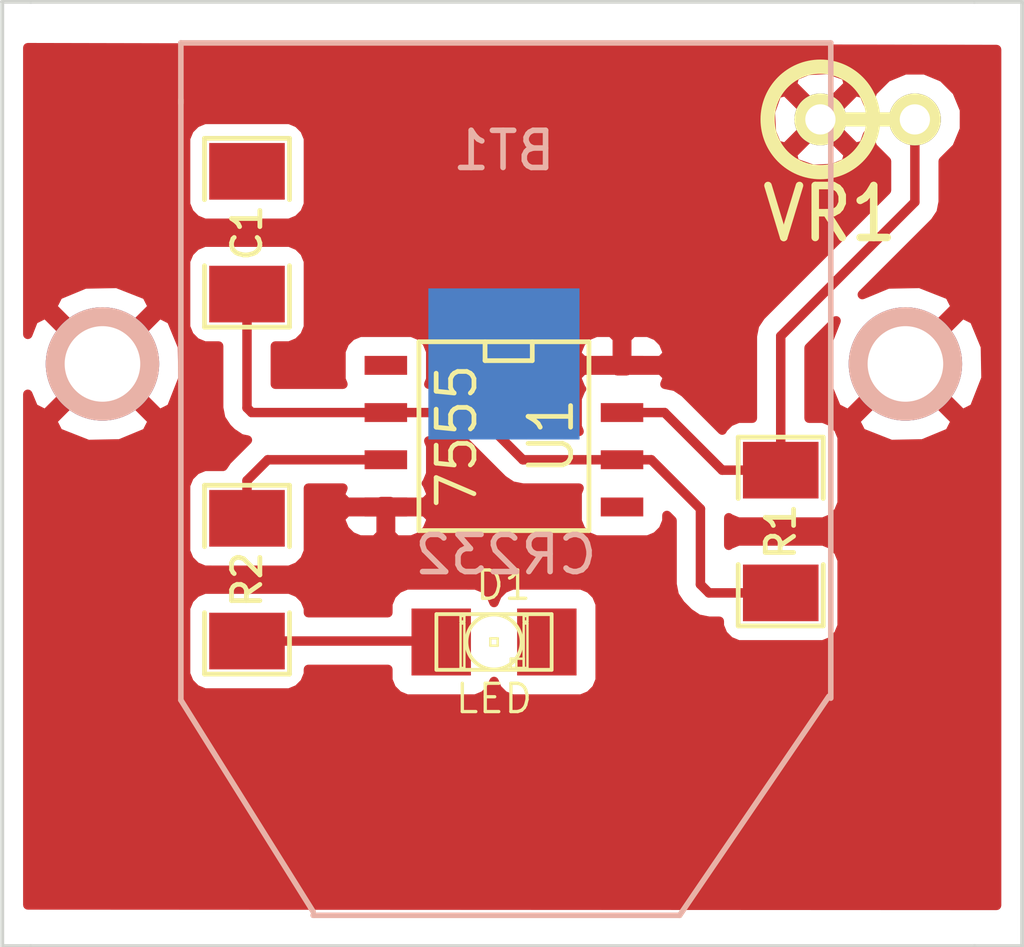
<source format=kicad_pcb>
(kicad_pcb (version 3) (host pcbnew "(2013-07-07 BZR 4022)-stable")

  (general
    (links 14)
    (no_connects 3)
    (area 60.287699 98.400399 85.787701 123.900401)
    (thickness 1.6)
    (drawings 10)
    (tracks 22)
    (zones 0)
    (modules 7)
    (nets 7)
  )

  (page A3)
  (layers
    (15 F.Cu signal)
    (0 B.Cu signal)
    (16 B.Adhes user)
    (17 F.Adhes user)
    (18 B.Paste user)
    (19 F.Paste user)
    (20 B.SilkS user)
    (21 F.SilkS user)
    (22 B.Mask user)
    (23 F.Mask user)
    (24 Dwgs.User user)
    (25 Cmts.User user)
    (26 Eco1.User user)
    (27 Eco2.User user)
    (28 Edge.Cuts user)
  )

  (setup
    (last_trace_width 0.254)
    (trace_clearance 0.254)
    (zone_clearance 0.508)
    (zone_45_only no)
    (trace_min 0.254)
    (segment_width 0.2)
    (edge_width 0.1)
    (via_size 0.889)
    (via_drill 0.635)
    (via_min_size 0.889)
    (via_min_drill 0.508)
    (uvia_size 0.508)
    (uvia_drill 0.127)
    (uvias_allowed no)
    (uvia_min_size 0.508)
    (uvia_min_drill 0.127)
    (pcb_text_width 0.3)
    (pcb_text_size 1.5 1.5)
    (mod_edge_width 0.15)
    (mod_text_size 1 1)
    (mod_text_width 0.15)
    (pad_size 4.064 4.064)
    (pad_drill 0)
    (pad_to_mask_clearance 0)
    (aux_axis_origin 0 0)
    (visible_elements 7FFFFFFF)
    (pcbplotparams
      (layerselection 3178497)
      (usegerberextensions true)
      (excludeedgelayer true)
      (linewidth 0.150000)
      (plotframeref false)
      (viasonmask false)
      (mode 1)
      (useauxorigin false)
      (hpglpennumber 1)
      (hpglpenspeed 20)
      (hpglpendiameter 15)
      (hpglpenoverlay 2)
      (psnegative false)
      (psa4output false)
      (plotreference true)
      (plotvalue true)
      (plotothertext true)
      (plotinvisibletext false)
      (padsonsilk false)
      (subtractmaskfromsilk false)
      (outputformat 1)
      (mirror false)
      (drillshape 1)
      (scaleselection 1)
      (outputdirectory ""))
  )

  (net 0 "")
  (net 1 GND)
  (net 2 N-000001)
  (net 3 N-000003)
  (net 4 N-000004)
  (net 5 N-000007)
  (net 6 VCC)

  (net_class Default "This is the default net class."
    (clearance 0.254)
    (trace_width 0.254)
    (via_dia 0.889)
    (via_drill 0.635)
    (uvia_dia 0.508)
    (uvia_drill 0.127)
    (add_net "")
    (add_net GND)
    (add_net N-000001)
    (add_net N-000003)
    (add_net N-000004)
    (add_net N-000007)
    (add_net VCC)
  )

  (module SO8N (layer F.Cu) (tedit 45127296) (tstamp 52D78DCE)
    (at 73.0758 110.1344 270)
    (descr "Module CMS SOJ 8 pins large")
    (tags "CMS SOJ")
    (path /52CFA521)
    (attr smd)
    (fp_text reference U1 (at 0 -1.27 270) (layer F.SilkS)
      (effects (font (size 1.143 1.016) (thickness 0.127)))
    )
    (fp_text value 7555 (at 0 1.27 270) (layer F.SilkS)
      (effects (font (size 1.016 1.016) (thickness 0.127)))
    )
    (fp_line (start -2.54 -2.286) (end 2.54 -2.286) (layer F.SilkS) (width 0.127))
    (fp_line (start 2.54 -2.286) (end 2.54 2.286) (layer F.SilkS) (width 0.127))
    (fp_line (start 2.54 2.286) (end -2.54 2.286) (layer F.SilkS) (width 0.127))
    (fp_line (start -2.54 2.286) (end -2.54 -2.286) (layer F.SilkS) (width 0.127))
    (fp_line (start -2.54 -0.762) (end -2.032 -0.762) (layer F.SilkS) (width 0.127))
    (fp_line (start -2.032 -0.762) (end -2.032 0.508) (layer F.SilkS) (width 0.127))
    (fp_line (start -2.032 0.508) (end -2.54 0.508) (layer F.SilkS) (width 0.127))
    (pad 8 smd rect (at -1.905 -3.175 270) (size 0.508 1.143)
      (layers F.Cu F.Paste F.Mask)
      (net 6 VCC)
    )
    (pad 7 smd rect (at -0.635 -3.175 270) (size 0.508 1.143)
      (layers F.Cu F.Paste F.Mask)
      (net 5 N-000007)
    )
    (pad 6 smd rect (at 0.635 -3.175 270) (size 0.508 1.143)
      (layers F.Cu F.Paste F.Mask)
      (net 3 N-000003)
    )
    (pad 5 smd rect (at 1.905 -3.175 270) (size 0.508 1.143)
      (layers F.Cu F.Paste F.Mask)
    )
    (pad 4 smd rect (at 1.905 3.175 270) (size 0.508 1.143)
      (layers F.Cu F.Paste F.Mask)
      (net 6 VCC)
    )
    (pad 3 smd rect (at 0.635 3.175 270) (size 0.508 1.143)
      (layers F.Cu F.Paste F.Mask)
      (net 4 N-000004)
    )
    (pad 2 smd rect (at -0.635 3.175 270) (size 0.508 1.143)
      (layers F.Cu F.Paste F.Mask)
      (net 3 N-000003)
    )
    (pad 1 smd rect (at -1.905 3.175 270) (size 0.508 1.143)
      (layers F.Cu F.Paste F.Mask)
      (net 1 GND)
    )
    (model smd/cms_so8.wrl
      (at (xyz 0 0 0))
      (scale (xyz 0.5 0.38 0.5))
      (rotate (xyz 0 0 0))
    )
  )

  (module SM1206 (layer F.Cu) (tedit 42806E24) (tstamp 52D78DDA)
    (at 80.518 112.6998 270)
    (path /52D10678)
    (attr smd)
    (fp_text reference R1 (at 0 0 270) (layer F.SilkS)
      (effects (font (size 0.762 0.762) (thickness 0.127)))
    )
    (fp_text value 470k (at 0 0 270) (layer F.SilkS) hide
      (effects (font (size 0.762 0.762) (thickness 0.127)))
    )
    (fp_line (start -2.54 -1.143) (end -2.54 1.143) (layer F.SilkS) (width 0.127))
    (fp_line (start -2.54 1.143) (end -0.889 1.143) (layer F.SilkS) (width 0.127))
    (fp_line (start 0.889 -1.143) (end 2.54 -1.143) (layer F.SilkS) (width 0.127))
    (fp_line (start 2.54 -1.143) (end 2.54 1.143) (layer F.SilkS) (width 0.127))
    (fp_line (start 2.54 1.143) (end 0.889 1.143) (layer F.SilkS) (width 0.127))
    (fp_line (start -0.889 -1.143) (end -2.54 -1.143) (layer F.SilkS) (width 0.127))
    (pad 1 smd rect (at -1.651 0 270) (size 1.524 2.032)
      (layers F.Cu F.Paste F.Mask)
      (net 5 N-000007)
    )
    (pad 2 smd rect (at 1.651 0 270) (size 1.524 2.032)
      (layers F.Cu F.Paste F.Mask)
      (net 3 N-000003)
    )
    (model smd/chip_cms.wrl
      (at (xyz 0 0 0))
      (scale (xyz 0.17 0.16 0.16))
      (rotate (xyz 0 0 0))
    )
  )

  (module SM1206 (layer F.Cu) (tedit 42806E24) (tstamp 52D78DE6)
    (at 66.167 104.6607 90)
    (path /52D10682)
    (attr smd)
    (fp_text reference C1 (at 0 0 90) (layer F.SilkS)
      (effects (font (size 0.762 0.762) (thickness 0.127)))
    )
    (fp_text value 1u (at 0 0 90) (layer F.SilkS) hide
      (effects (font (size 0.762 0.762) (thickness 0.127)))
    )
    (fp_line (start -2.54 -1.143) (end -2.54 1.143) (layer F.SilkS) (width 0.127))
    (fp_line (start -2.54 1.143) (end -0.889 1.143) (layer F.SilkS) (width 0.127))
    (fp_line (start 0.889 -1.143) (end 2.54 -1.143) (layer F.SilkS) (width 0.127))
    (fp_line (start 2.54 -1.143) (end 2.54 1.143) (layer F.SilkS) (width 0.127))
    (fp_line (start 2.54 1.143) (end 0.889 1.143) (layer F.SilkS) (width 0.127))
    (fp_line (start -0.889 -1.143) (end -2.54 -1.143) (layer F.SilkS) (width 0.127))
    (pad 1 smd rect (at -1.651 0 90) (size 1.524 2.032)
      (layers F.Cu F.Paste F.Mask)
      (net 3 N-000003)
    )
    (pad 2 smd rect (at 1.651 0 90) (size 1.524 2.032)
      (layers F.Cu F.Paste F.Mask)
      (net 1 GND)
    )
    (model smd/chip_cms.wrl
      (at (xyz 0 0 0))
      (scale (xyz 0.17 0.16 0.16))
      (rotate (xyz 0 0 0))
    )
  )

  (module SM1206 (layer F.Cu) (tedit 42806E24) (tstamp 52D78DF2)
    (at 66.167 113.9952 270)
    (path /52D10690)
    (attr smd)
    (fp_text reference R2 (at 0 0 270) (layer F.SilkS)
      (effects (font (size 0.762 0.762) (thickness 0.127)))
    )
    (fp_text value 1k (at 0 0 270) (layer F.SilkS) hide
      (effects (font (size 0.762 0.762) (thickness 0.127)))
    )
    (fp_line (start -2.54 -1.143) (end -2.54 1.143) (layer F.SilkS) (width 0.127))
    (fp_line (start -2.54 1.143) (end -0.889 1.143) (layer F.SilkS) (width 0.127))
    (fp_line (start 0.889 -1.143) (end 2.54 -1.143) (layer F.SilkS) (width 0.127))
    (fp_line (start 2.54 -1.143) (end 2.54 1.143) (layer F.SilkS) (width 0.127))
    (fp_line (start 2.54 1.143) (end 0.889 1.143) (layer F.SilkS) (width 0.127))
    (fp_line (start -0.889 -1.143) (end -2.54 -1.143) (layer F.SilkS) (width 0.127))
    (pad 1 smd rect (at -1.651 0 270) (size 1.524 2.032)
      (layers F.Cu F.Paste F.Mask)
      (net 4 N-000004)
    )
    (pad 2 smd rect (at 1.651 0 270) (size 1.524 2.032)
      (layers F.Cu F.Paste F.Mask)
      (net 2 N-000001)
    )
    (model smd/chip_cms.wrl
      (at (xyz 0 0 0))
      (scale (xyz 0.17 0.16 0.16))
      (rotate (xyz 0 0 0))
    )
  )

  (module R1 (layer F.Cu) (tedit 200000) (tstamp 52D78DFA)
    (at 82.8548 101.6127)
    (descr "Resistance verticale")
    (tags R)
    (path /52D106D4)
    (autoplace_cost90 10)
    (autoplace_cost180 10)
    (fp_text reference VR1 (at -1.016 2.54) (layer F.SilkS)
      (effects (font (size 1.397 1.27) (thickness 0.2032)))
    )
    (fp_text value LDR (at -1.143 2.54) (layer F.SilkS) hide
      (effects (font (size 1.397 1.27) (thickness 0.2032)))
    )
    (fp_line (start -1.27 0) (end 1.27 0) (layer F.SilkS) (width 0.381))
    (fp_circle (center -1.27 0) (end -0.635 1.27) (layer F.SilkS) (width 0.381))
    (pad 1 thru_hole circle (at -1.27 0) (size 1.397 1.397) (drill 0.8128)
      (layers *.Cu *.Mask F.SilkS)
      (net 6 VCC)
    )
    (pad 2 thru_hole circle (at 1.27 0) (size 1.397 1.397) (drill 0.8128)
      (layers *.Cu *.Mask F.SilkS)
      (net 5 N-000007)
    )
    (model discret/verti_resistor.wrl
      (at (xyz 0 0 0))
      (scale (xyz 1 1 1))
      (rotate (xyz 0 0 0))
    )
  )

  (module LED-1206 (layer F.Cu) (tedit 49BFA1FF) (tstamp 52D78E24)
    (at 72.8091 115.6716)
    (descr "LED 1206 smd package")
    (tags "LED1206 SMD")
    (path /52D10737)
    (attr smd)
    (fp_text reference D1 (at 0.254 -1.524) (layer F.SilkS)
      (effects (font (size 0.762 0.762) (thickness 0.0889)))
    )
    (fp_text value LED (at 0 1.524) (layer F.SilkS)
      (effects (font (size 0.762 0.762) (thickness 0.0889)))
    )
    (fp_line (start -0.09906 0.09906) (end 0.09906 0.09906) (layer F.SilkS) (width 0.06604))
    (fp_line (start 0.09906 0.09906) (end 0.09906 -0.09906) (layer F.SilkS) (width 0.06604))
    (fp_line (start -0.09906 -0.09906) (end 0.09906 -0.09906) (layer F.SilkS) (width 0.06604))
    (fp_line (start -0.09906 0.09906) (end -0.09906 -0.09906) (layer F.SilkS) (width 0.06604))
    (fp_line (start 0.44958 0.6985) (end 0.79756 0.6985) (layer F.SilkS) (width 0.06604))
    (fp_line (start 0.79756 0.6985) (end 0.79756 0.44958) (layer F.SilkS) (width 0.06604))
    (fp_line (start 0.44958 0.44958) (end 0.79756 0.44958) (layer F.SilkS) (width 0.06604))
    (fp_line (start 0.44958 0.6985) (end 0.44958 0.44958) (layer F.SilkS) (width 0.06604))
    (fp_line (start 0.79756 0.6985) (end 0.89916 0.6985) (layer F.SilkS) (width 0.06604))
    (fp_line (start 0.89916 0.6985) (end 0.89916 -0.49784) (layer F.SilkS) (width 0.06604))
    (fp_line (start 0.79756 -0.49784) (end 0.89916 -0.49784) (layer F.SilkS) (width 0.06604))
    (fp_line (start 0.79756 0.6985) (end 0.79756 -0.49784) (layer F.SilkS) (width 0.06604))
    (fp_line (start 0.79756 -0.54864) (end 0.89916 -0.54864) (layer F.SilkS) (width 0.06604))
    (fp_line (start 0.89916 -0.54864) (end 0.89916 -0.6985) (layer F.SilkS) (width 0.06604))
    (fp_line (start 0.79756 -0.6985) (end 0.89916 -0.6985) (layer F.SilkS) (width 0.06604))
    (fp_line (start 0.79756 -0.54864) (end 0.79756 -0.6985) (layer F.SilkS) (width 0.06604))
    (fp_line (start -0.89916 0.6985) (end -0.79756 0.6985) (layer F.SilkS) (width 0.06604))
    (fp_line (start -0.79756 0.6985) (end -0.79756 -0.49784) (layer F.SilkS) (width 0.06604))
    (fp_line (start -0.89916 -0.49784) (end -0.79756 -0.49784) (layer F.SilkS) (width 0.06604))
    (fp_line (start -0.89916 0.6985) (end -0.89916 -0.49784) (layer F.SilkS) (width 0.06604))
    (fp_line (start -0.89916 -0.54864) (end -0.79756 -0.54864) (layer F.SilkS) (width 0.06604))
    (fp_line (start -0.79756 -0.54864) (end -0.79756 -0.6985) (layer F.SilkS) (width 0.06604))
    (fp_line (start -0.89916 -0.6985) (end -0.79756 -0.6985) (layer F.SilkS) (width 0.06604))
    (fp_line (start -0.89916 -0.54864) (end -0.89916 -0.6985) (layer F.SilkS) (width 0.06604))
    (fp_line (start 0.44958 0.6985) (end 0.59944 0.6985) (layer F.SilkS) (width 0.06604))
    (fp_line (start 0.59944 0.6985) (end 0.59944 0.44958) (layer F.SilkS) (width 0.06604))
    (fp_line (start 0.44958 0.44958) (end 0.59944 0.44958) (layer F.SilkS) (width 0.06604))
    (fp_line (start 0.44958 0.6985) (end 0.44958 0.44958) (layer F.SilkS) (width 0.06604))
    (fp_line (start 1.5494 0.7493) (end -1.5494 0.7493) (layer F.SilkS) (width 0.1016))
    (fp_line (start -1.5494 0.7493) (end -1.5494 -0.7493) (layer F.SilkS) (width 0.1016))
    (fp_line (start -1.5494 -0.7493) (end 1.5494 -0.7493) (layer F.SilkS) (width 0.1016))
    (fp_line (start 1.5494 -0.7493) (end 1.5494 0.7493) (layer F.SilkS) (width 0.1016))
    (fp_arc (start 0 0) (end 0.54864 0.49784) (angle 95.4) (layer F.SilkS) (width 0.1016))
    (fp_arc (start 0 0) (end -0.54864 0.49784) (angle 84.5) (layer F.SilkS) (width 0.1016))
    (fp_arc (start 0 0) (end -0.54864 -0.49784) (angle 95.4) (layer F.SilkS) (width 0.1016))
    (fp_arc (start 0 0) (end 0.54864 -0.49784) (angle 84.5) (layer F.SilkS) (width 0.1016))
    (pad 1 smd rect (at -1.41986 0) (size 1.59766 1.80086)
      (layers F.Cu F.Paste F.Mask)
      (net 2 N-000001)
    )
    (pad 2 smd rect (at 1.41986 0) (size 1.59766 1.80086)
      (layers F.Cu F.Paste F.Mask)
      (net 1 GND)
    )
  )

  (module CR2032 (layer B.Cu) (tedit 52DB375E) (tstamp 52DB9475)
    (at 73.0758 108.1913 180)
    (path /52D10805)
    (fp_text reference BT1 (at 0 5.7404 180) (layer B.SilkS)
      (effects (font (size 1 1) (thickness 0.15)) (justify mirror))
    )
    (fp_text value CR232 (at -0.0508 -5.1308 180) (layer B.SilkS)
      (effects (font (size 1 1) (thickness 0.15)) (justify mirror))
    )
    (fp_line (start 8.6868 7.0104) (end 8.6868 8.636) (layer B.SilkS) (width 0.15))
    (fp_line (start -8.7884 7.0104) (end -8.7884 8.636) (layer B.SilkS) (width 0.15))
    (fp_line (start -4.7244 -14.8336) (end 5.1308 -14.8336) (layer B.SilkS) (width 0.15))
    (fp_line (start 8.6868 -9.0424) (end 5.1308 -14.732) (layer B.SilkS) (width 0.15))
    (fp_line (start -8.7376 -8.9408) (end -4.7244 -14.8336) (layer B.SilkS) (width 0.15))
    (fp_line (start 8.6868 7.112) (end 8.6868 -9.0424) (layer B.SilkS) (width 0.15))
    (fp_line (start -8.7884 7.112) (end -8.7884 -8.9916) (layer B.SilkS) (width 0.15))
    (fp_line (start -8.7884 8.636) (end 8.6868 8.636) (layer B.SilkS) (width 0.15))
    (pad 2 smd rect (at 0 0 180) (size 4.064 4.064)
      (layers B.Cu B.Paste B.Mask)
      (net 1 GND)
    )
    (pad 1 thru_hole circle (at 10.795 0 180) (size 3.048 3.048) (drill 2.032)
      (layers *.Cu *.Mask B.SilkS)
      (net 6 VCC)
    )
    (pad 1 thru_hole circle (at -10.795 0 180) (size 3.048 3.048) (drill 2.032)
      (layers *.Cu *.Mask B.SilkS)
      (net 6 VCC)
    )
  )

  (gr_line (start 85.725 123.8504) (end 87.0077 123.8504) (angle 90) (layer Edge.Cuts) (width 0.1))
  (gr_line (start 87.0204 98.4504) (end 87.0204 98.4758) (angle 90) (layer Edge.Cuts) (width 0.1))
  (gr_line (start 85.7123 98.4504) (end 87.0204 98.4504) (angle 90) (layer Edge.Cuts) (width 0.1))
  (gr_line (start 59.5884 123.8504) (end 59.5884 123.8377) (angle 90) (layer Edge.Cuts) (width 0.1))
  (gr_line (start 60.3504 123.8504) (end 59.5884 123.8504) (angle 90) (layer Edge.Cuts) (width 0.1))
  (gr_line (start 60.3631 98.4504) (end 59.5757 98.4504) (angle 90) (layer Edge.Cuts) (width 0.1))
  (gr_line (start 85.7377 98.4504) (end 60.3377 98.4504) (angle 90) (layer Edge.Cuts) (width 0.1))
  (gr_line (start 87.0077 123.8504) (end 87.0077 98.4504) (angle 90) (layer Edge.Cuts) (width 0.1))
  (gr_line (start 60.3504 123.8504) (end 85.7377 123.8504) (angle 90) (layer Edge.Cuts) (width 0.1))
  (gr_line (start 59.5884 98.4504) (end 59.5884 123.8504) (angle 90) (layer Edge.Cuts) (width 0.1))

  (segment (start 71.36384 115.6462) (end 71.38924 115.6716) (width 0.254) (layer F.Cu) (net 2) (tstamp 52DB95BF))
  (segment (start 66.167 115.6462) (end 71.36384 115.6462) (width 0.254) (layer F.Cu) (net 2))
  (segment (start 76.2508 110.7694) (end 77.0382 110.7694) (width 0.254) (layer F.Cu) (net 3) (status 400000))
  (segment (start 78.5876 114.3508) (end 80.518 114.3508) (width 0.254) (layer F.Cu) (net 3) (tstamp 52DB95F2) (status 800000))
  (segment (start 78.359 114.1222) (end 78.5876 114.3508) (width 0.254) (layer F.Cu) (net 3) (tstamp 52DB95F1))
  (segment (start 78.359 112.0902) (end 78.359 114.1222) (width 0.254) (layer F.Cu) (net 3) (tstamp 52DB95EF))
  (segment (start 77.0382 110.7694) (end 78.359 112.0902) (width 0.254) (layer F.Cu) (net 3) (tstamp 52DB95EE))
  (segment (start 69.9008 109.4994) (end 72.3138 109.4994) (width 0.254) (layer F.Cu) (net 3))
  (segment (start 73.5838 110.7694) (end 76.2508 110.7694) (width 0.254) (layer F.Cu) (net 3) (tstamp 52DB95C8))
  (segment (start 72.3138 109.4994) (end 73.5838 110.7694) (width 0.254) (layer F.Cu) (net 3) (tstamp 52DB95C6))
  (segment (start 66.167 106.3117) (end 66.167 109.3724) (width 0.254) (layer F.Cu) (net 3))
  (segment (start 66.294 109.4994) (end 69.9008 109.4994) (width 0.254) (layer F.Cu) (net 3) (tstamp 52DB95C3))
  (segment (start 66.167 109.3724) (end 66.294 109.4994) (width 0.254) (layer F.Cu) (net 3) (tstamp 52DB95C2))
  (segment (start 66.167 112.3442) (end 66.167 111.3282) (width 0.254) (layer F.Cu) (net 4))
  (segment (start 66.7258 110.7694) (end 69.9008 110.7694) (width 0.254) (layer F.Cu) (net 4) (tstamp 52DB9590))
  (segment (start 66.167 111.3282) (end 66.7258 110.7694) (width 0.254) (layer F.Cu) (net 4) (tstamp 52DB958F))
  (segment (start 80.518 111.0488) (end 80.518 107.442) (width 0.254) (layer F.Cu) (net 5) (status 400000))
  (segment (start 84.1248 103.8352) (end 84.1248 101.6127) (width 0.254) (layer F.Cu) (net 5) (tstamp 52DB95F7) (status 800000))
  (segment (start 80.518 107.442) (end 84.1248 103.8352) (width 0.254) (layer F.Cu) (net 5) (tstamp 52DB95F5))
  (segment (start 76.2508 109.4994) (end 77.3938 109.4994) (width 0.254) (layer F.Cu) (net 5) (status 400000))
  (segment (start 78.9432 111.0488) (end 80.518 111.0488) (width 0.254) (layer F.Cu) (net 5) (tstamp 52DB95EA) (status 800000))
  (segment (start 77.3938 109.4994) (end 78.9432 111.0488) (width 0.254) (layer F.Cu) (net 5) (tstamp 52DB95E9))

  (zone (net 6) (net_name VCC) (layer F.Cu) (tstamp 52DB9601) (hatch edge 0.508)
    (connect_pads (clearance 0.508))
    (min_thickness 0.254)
    (fill (arc_segments 16) (thermal_gap 0.508) (thermal_bridge_width 0.508))
    (polygon
      (pts
        (xy 86.7664 122.8852) (xy 60.0837 122.8725) (xy 60.0837 99.5553) (xy 86.7664 99.6061)
      )
    )
    (filled_polygon
      (pts
        (xy 86.3227 122.757989) (xy 86.037356 122.757853) (xy 86.037356 108.580836) (xy 86.021506 107.722079) (xy 85.723368 107.002311)
        (xy 85.45853 106.868176) (xy 85.45853 101.348614) (xy 85.255945 100.85832) (xy 84.881153 100.482874) (xy 84.391213 100.279433)
        (xy 83.860714 100.27897) (xy 83.37042 100.481555) (xy 82.994974 100.856347) (xy 82.861485 101.177822) (xy 82.754598 100.919772)
        (xy 82.518986 100.858119) (xy 82.339381 101.037724) (xy 82.339381 100.678514) (xy 82.277728 100.442902) (xy 81.77732 100.266776)
        (xy 81.247602 100.295554) (xy 80.891872 100.442902) (xy 80.830219 100.678514) (xy 81.5848 101.433095) (xy 82.339381 100.678514)
        (xy 82.339381 101.037724) (xy 81.764405 101.6127) (xy 82.518986 102.367281) (xy 82.754598 102.305628) (xy 82.852882 102.026383)
        (xy 82.993655 102.36708) (xy 83.3628 102.736869) (xy 83.3628 103.519569) (xy 82.339381 104.542988) (xy 82.339381 102.546886)
        (xy 81.5848 101.792305) (xy 81.405195 101.97191) (xy 81.405195 101.6127) (xy 80.650614 100.858119) (xy 80.415002 100.919772)
        (xy 80.238876 101.42018) (xy 80.267654 101.949898) (xy 80.415002 102.305628) (xy 80.650614 102.367281) (xy 81.405195 101.6127)
        (xy 81.405195 101.97191) (xy 80.830219 102.546886) (xy 80.891872 102.782498) (xy 81.39228 102.958624) (xy 81.921998 102.929846)
        (xy 82.277728 102.782498) (xy 82.339381 102.546886) (xy 82.339381 104.542988) (xy 79.979185 106.903185) (xy 79.814004 107.150395)
        (xy 79.756 107.442) (xy 79.756 109.65169) (xy 79.376245 109.65169) (xy 79.142771 109.748159) (xy 78.963987 109.926632)
        (xy 78.94482 109.972789) (xy 77.932615 108.960585) (xy 77.685405 108.795404) (xy 77.403613 108.739352) (xy 77.45741 108.609155)
        (xy 77.45741 107.849645) (xy 77.360941 107.616171) (xy 77.182468 107.437387) (xy 76.949164 107.340511) (xy 76.696545 107.34029)
        (xy 76.53655 107.3404) (xy 76.3778 107.49915) (xy 76.3778 108.1024) (xy 77.29855 108.1024) (xy 77.4573 107.94365)
        (xy 77.45741 107.849645) (xy 77.45741 108.609155) (xy 77.4573 108.51515) (xy 77.29855 108.3564) (xy 76.3778 108.3564)
        (xy 76.3778 108.3764) (xy 76.1238 108.3764) (xy 76.1238 108.3564) (xy 76.1238 108.1024) (xy 76.1238 107.49915)
        (xy 75.96505 107.3404) (xy 75.805055 107.34029) (xy 75.552436 107.340511) (xy 75.319132 107.437387) (xy 75.140659 107.616171)
        (xy 75.04419 107.849645) (xy 75.0443 107.94365) (xy 75.20305 108.1024) (xy 76.1238 108.1024) (xy 76.1238 108.3564)
        (xy 75.20305 108.3564) (xy 75.0443 108.51515) (xy 75.04419 108.609155) (xy 75.140659 108.842629) (xy 75.162273 108.864281)
        (xy 75.141287 108.885232) (xy 75.044411 109.118536) (xy 75.04419 109.371155) (xy 75.04419 109.879155) (xy 75.097179 110.0074)
        (xy 73.89943 110.0074) (xy 72.852615 108.960585) (xy 72.605405 108.795404) (xy 72.3138 108.7374) (xy 71.054397 108.7374)
        (xy 71.107189 108.610264) (xy 71.10741 108.357645) (xy 71.10741 107.849645) (xy 71.010941 107.616171) (xy 70.832468 107.437387)
        (xy 70.599164 107.340511) (xy 70.346545 107.34029) (xy 69.203545 107.34029) (xy 68.970071 107.436759) (xy 68.791287 107.615232)
        (xy 68.694411 107.848536) (xy 68.69419 108.101155) (xy 68.69419 108.609155) (xy 68.747179 108.7374) (xy 66.929 108.7374)
        (xy 66.929 107.70881) (xy 67.308755 107.70881) (xy 67.542229 107.612341) (xy 67.721013 107.433868) (xy 67.817889 107.200564)
        (xy 67.81811 106.947945) (xy 67.81811 105.423945) (xy 67.81811 103.645945) (xy 67.81811 102.121945) (xy 67.721641 101.888471)
        (xy 67.543168 101.709687) (xy 67.309864 101.612811) (xy 67.057245 101.61259) (xy 65.025245 101.61259) (xy 64.791771 101.709059)
        (xy 64.612987 101.887532) (xy 64.516111 102.120836) (xy 64.51589 102.373455) (xy 64.51589 103.897455) (xy 64.612359 104.130929)
        (xy 64.790832 104.309713) (xy 65.024136 104.406589) (xy 65.276755 104.40681) (xy 67.308755 104.40681) (xy 67.542229 104.310341)
        (xy 67.721013 104.131868) (xy 67.817889 103.898564) (xy 67.81811 103.645945) (xy 67.81811 105.423945) (xy 67.721641 105.190471)
        (xy 67.543168 105.011687) (xy 67.309864 104.914811) (xy 67.057245 104.91459) (xy 65.025245 104.91459) (xy 64.791771 105.011059)
        (xy 64.612987 105.189532) (xy 64.516111 105.422836) (xy 64.51589 105.675455) (xy 64.51589 107.199455) (xy 64.612359 107.432929)
        (xy 64.790832 107.611713) (xy 65.024136 107.708589) (xy 65.276755 107.70881) (xy 65.405 107.70881) (xy 65.405 109.3724)
        (xy 65.463004 109.664005) (xy 65.628185 109.911215) (xy 65.755185 110.038215) (xy 66.002395 110.203396) (xy 66.179036 110.238532)
        (xy 65.628185 110.789385) (xy 65.522809 110.94709) (xy 65.025245 110.94709) (xy 64.791771 111.043559) (xy 64.612987 111.222032)
        (xy 64.516111 111.455336) (xy 64.51589 111.707955) (xy 64.51589 113.231955) (xy 64.612359 113.465429) (xy 64.790832 113.644213)
        (xy 65.024136 113.741089) (xy 65.276755 113.74131) (xy 67.308755 113.74131) (xy 67.542229 113.644841) (xy 67.721013 113.466368)
        (xy 67.817889 113.233064) (xy 67.81811 112.980445) (xy 67.81811 111.5314) (xy 68.747179 111.5314) (xy 68.69419 111.659645)
        (xy 68.6943 111.75365) (xy 68.85305 111.9124) (xy 69.7738 111.9124) (xy 69.7738 111.8924) (xy 70.0278 111.8924)
        (xy 70.0278 111.9124) (xy 70.94855 111.9124) (xy 71.1073 111.75365) (xy 71.10741 111.659645) (xy 71.010941 111.426171)
        (xy 70.989326 111.404518) (xy 71.010313 111.383568) (xy 71.107189 111.150264) (xy 71.10741 110.897645) (xy 71.10741 110.389645)
        (xy 71.05442 110.2614) (xy 71.998169 110.2614) (xy 73.044984 111.308215) (xy 73.044985 111.308215) (xy 73.292195 111.473396)
        (xy 73.5838 111.5314) (xy 75.097202 111.5314) (xy 75.044411 111.658536) (xy 75.04419 111.911155) (xy 75.04419 112.419155)
        (xy 75.140659 112.652629) (xy 75.319132 112.831413) (xy 75.552436 112.928289) (xy 75.805055 112.92851) (xy 76.948055 112.92851)
        (xy 77.181529 112.832041) (xy 77.360313 112.653568) (xy 77.457189 112.420264) (xy 77.457323 112.266154) (xy 77.597 112.40583)
        (xy 77.597 114.1222) (xy 77.655004 114.413805) (xy 77.820185 114.661015) (xy 78.048784 114.889615) (xy 78.048785 114.889615)
        (xy 78.295995 115.054796) (xy 78.5876 115.1128) (xy 78.86689 115.1128) (xy 78.86689 115.238555) (xy 78.963359 115.472029)
        (xy 79.141832 115.650813) (xy 79.375136 115.747689) (xy 79.627755 115.74791) (xy 81.659755 115.74791) (xy 81.893229 115.651441)
        (xy 82.072013 115.472968) (xy 82.168889 115.239664) (xy 82.16911 114.987045) (xy 82.16911 113.463045) (xy 82.072641 113.229571)
        (xy 81.894168 113.050787) (xy 81.660864 112.953911) (xy 81.408245 112.95369) (xy 79.376245 112.95369) (xy 79.142771 113.050159)
        (xy 79.121 113.071892) (xy 79.121 112.327944) (xy 79.141832 112.348813) (xy 79.375136 112.445689) (xy 79.627755 112.44591)
        (xy 81.659755 112.44591) (xy 81.893229 112.349441) (xy 82.072013 112.170968) (xy 82.168889 111.937664) (xy 82.16911 111.685045)
        (xy 82.16911 110.161045) (xy 82.072641 109.927571) (xy 81.894168 109.748787) (xy 81.660864 109.651911) (xy 81.408245 109.65169)
        (xy 81.28 109.65169) (xy 81.28 107.75763) (xy 82.00718 107.030449) (xy 81.704244 107.801764) (xy 81.720094 108.660521)
        (xy 82.018232 109.380289) (xy 82.339494 109.543001) (xy 83.691195 108.1913) (xy 83.677052 108.177157) (xy 83.856657 107.997552)
        (xy 83.8708 108.011695) (xy 85.222501 106.659994) (xy 85.059789 106.338732) (xy 84.260336 106.024744) (xy 83.401579 106.040594)
        (xy 82.710981 106.326649) (xy 84.663615 104.374016) (xy 84.663615 104.374015) (xy 84.828796 104.126805) (xy 84.886799 103.8352)
        (xy 84.8868 103.8352) (xy 84.8868 102.736238) (xy 85.254626 102.369053) (xy 85.458067 101.879113) (xy 85.45853 101.348614)
        (xy 85.45853 106.868176) (xy 85.402106 106.839599) (xy 84.050405 108.1913) (xy 85.402106 109.543001) (xy 85.723368 109.380289)
        (xy 86.037356 108.580836) (xy 86.037356 122.757853) (xy 85.222501 122.757465) (xy 85.222501 109.722606) (xy 83.8708 108.370905)
        (xy 82.519099 109.722606) (xy 82.681811 110.043868) (xy 83.481264 110.357856) (xy 84.340021 110.342006) (xy 85.059789 110.043868)
        (xy 85.222501 109.722606) (xy 85.222501 122.757465) (xy 75.6629 122.752914) (xy 75.6629 116.446275) (xy 75.6629 114.645415)
        (xy 75.566431 114.411941) (xy 75.387958 114.233157) (xy 75.154654 114.136281) (xy 74.902035 114.13606) (xy 73.304375 114.13606)
        (xy 73.070901 114.232529) (xy 72.892117 114.411002) (xy 72.809015 114.611133) (xy 72.726711 114.411941) (xy 72.548238 114.233157)
        (xy 72.314934 114.136281) (xy 72.062315 114.13606) (xy 71.10741 114.13606) (xy 71.10741 112.419155) (xy 71.1073 112.32515)
        (xy 70.94855 112.1664) (xy 70.0278 112.1664) (xy 70.0278 112.76965) (xy 70.18655 112.9284) (xy 70.346545 112.92851)
        (xy 70.599164 112.928289) (xy 70.832468 112.831413) (xy 71.010941 112.652629) (xy 71.10741 112.419155) (xy 71.10741 114.13606)
        (xy 70.464655 114.13606) (xy 70.231181 114.232529) (xy 70.052397 114.411002) (xy 69.955521 114.644306) (xy 69.955311 114.8842)
        (xy 69.7738 114.8842) (xy 69.7738 112.76965) (xy 69.7738 112.1664) (xy 68.85305 112.1664) (xy 68.6943 112.32515)
        (xy 68.69419 112.419155) (xy 68.790659 112.652629) (xy 68.969132 112.831413) (xy 69.202436 112.928289) (xy 69.455055 112.92851)
        (xy 69.61505 112.9284) (xy 69.7738 112.76965) (xy 69.7738 114.8842) (xy 67.81811 114.8842) (xy 67.81811 114.758445)
        (xy 67.721641 114.524971) (xy 67.543168 114.346187) (xy 67.309864 114.249311) (xy 67.057245 114.24909) (xy 65.025245 114.24909)
        (xy 64.791771 114.345559) (xy 64.612987 114.524032) (xy 64.516111 114.757336) (xy 64.51589 115.009955) (xy 64.51589 116.533955)
        (xy 64.612359 116.767429) (xy 64.790832 116.946213) (xy 65.024136 117.043089) (xy 65.276755 117.04331) (xy 67.308755 117.04331)
        (xy 67.542229 116.946841) (xy 67.721013 116.768368) (xy 67.817889 116.535064) (xy 67.817999 116.4082) (xy 69.9553 116.4082)
        (xy 69.9553 116.697785) (xy 70.051769 116.931259) (xy 70.230242 117.110043) (xy 70.463546 117.206919) (xy 70.716165 117.20714)
        (xy 72.313825 117.20714) (xy 72.547299 117.110671) (xy 72.726083 116.932198) (xy 72.809184 116.732066) (xy 72.891489 116.931259)
        (xy 73.069962 117.110043) (xy 73.303266 117.206919) (xy 73.555885 117.20714) (xy 75.153545 117.20714) (xy 75.387019 117.110671)
        (xy 75.565803 116.932198) (xy 75.662679 116.698894) (xy 75.6629 116.446275) (xy 75.6629 122.752914) (xy 64.447356 122.747575)
        (xy 64.447356 108.580836) (xy 64.431506 107.722079) (xy 64.133368 107.002311) (xy 63.812106 106.839599) (xy 63.632501 107.019204)
        (xy 63.632501 106.659994) (xy 63.469789 106.338732) (xy 62.670336 106.024744) (xy 61.811579 106.040594) (xy 61.091811 106.338732)
        (xy 60.929099 106.659994) (xy 62.2808 108.011695) (xy 63.632501 106.659994) (xy 63.632501 107.019204) (xy 62.460405 108.1913)
        (xy 63.812106 109.543001) (xy 64.133368 109.380289) (xy 64.447356 108.580836) (xy 64.447356 122.747575) (xy 63.632501 122.747188)
        (xy 63.632501 109.722606) (xy 62.2808 108.370905) (xy 60.929099 109.722606) (xy 61.091811 110.043868) (xy 61.891264 110.357856)
        (xy 62.750021 110.342006) (xy 63.469789 110.043868) (xy 63.632501 109.722606) (xy 63.632501 122.747188) (xy 60.2734 122.745589)
        (xy 60.2734 109.006491) (xy 60.428232 109.380289) (xy 60.749494 109.543001) (xy 62.101195 108.1913) (xy 60.749494 106.839599)
        (xy 60.428232 107.002311) (xy 60.2734 107.396532) (xy 60.2734 99.682661) (xy 86.3227 99.732255) (xy 86.3227 122.757989)
      )
    )
  )
)

</source>
